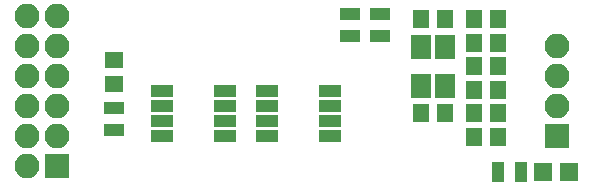
<source format=gbr>
%TF.GenerationSoftware,KiCad,Pcbnew,4.0.7-e2-6376~58~ubuntu16.04.1*%
%TF.CreationDate,2017-12-06T16:05:08+02:00*%
%TF.ProjectId,ecu_emu,6563755F656D752E6B696361645F7063,rev?*%
%TF.FileFunction,Soldermask,Bot*%
%FSLAX46Y46*%
G04 Gerber Fmt 4.6, Leading zero omitted, Abs format (unit mm)*
G04 Created by KiCad (PCBNEW 4.0.7-e2-6376~58~ubuntu16.04.1) date Wed Dec  6 16:05:08 2017*
%MOMM*%
%LPD*%
G01*
G04 APERTURE LIST*
%ADD10C,0.100000*%
%ADD11R,1.400000X1.650000*%
%ADD12R,2.100000X2.100000*%
%ADD13O,2.100000X2.100000*%
%ADD14R,1.700000X1.100000*%
%ADD15R,1.950000X1.000000*%
%ADD16R,1.700000X2.000000*%
%ADD17R,1.650000X1.400000*%
%ADD18R,1.600000X1.600000*%
%ADD19R,1.100000X1.700000*%
G04 APERTURE END LIST*
D10*
D11*
X65500000Y-23000000D03*
X67500000Y-23000000D03*
X65500000Y-31000000D03*
X67500000Y-31000000D03*
X72000000Y-25000000D03*
X70000000Y-25000000D03*
D12*
X34640000Y-35480000D03*
D13*
X32100000Y-35480000D03*
X34640000Y-32940000D03*
X32100000Y-32940000D03*
X34640000Y-30400000D03*
X32100000Y-30400000D03*
X34640000Y-27860000D03*
X32100000Y-27860000D03*
X34640000Y-25320000D03*
X32100000Y-25320000D03*
X34640000Y-22780000D03*
X32100000Y-22780000D03*
D14*
X59500000Y-22550000D03*
X59500000Y-24450000D03*
X39500000Y-32400000D03*
X39500000Y-30500000D03*
D15*
X57820000Y-29130000D03*
X57820000Y-30400000D03*
X57820000Y-31670000D03*
X57820000Y-32940000D03*
X52420000Y-32940000D03*
X52420000Y-31670000D03*
X52420000Y-30400000D03*
X52420000Y-29130000D03*
D16*
X67500000Y-25350000D03*
X67500000Y-28650000D03*
X65500000Y-28650000D03*
X65500000Y-25350000D03*
D14*
X62000000Y-22550000D03*
X62000000Y-24450000D03*
D17*
X39500000Y-26500000D03*
X39500000Y-28500000D03*
D11*
X72000000Y-29000000D03*
X70000000Y-29000000D03*
X72000000Y-33000000D03*
X70000000Y-33000000D03*
X72000000Y-27000000D03*
X70000000Y-27000000D03*
X72000000Y-23000000D03*
X70000000Y-23000000D03*
X72000000Y-31000000D03*
X70000000Y-31000000D03*
D15*
X48942000Y-29130000D03*
X48942000Y-30400000D03*
X48942000Y-31670000D03*
X48942000Y-32940000D03*
X43542000Y-32940000D03*
X43542000Y-31670000D03*
X43542000Y-30400000D03*
X43542000Y-29130000D03*
D12*
X77000000Y-32940000D03*
D13*
X77000000Y-30400000D03*
X77000000Y-27860000D03*
X77000000Y-25320000D03*
D18*
X75800000Y-36000000D03*
X78000000Y-36000000D03*
D19*
X73950000Y-36000000D03*
X72050000Y-36000000D03*
M02*

</source>
